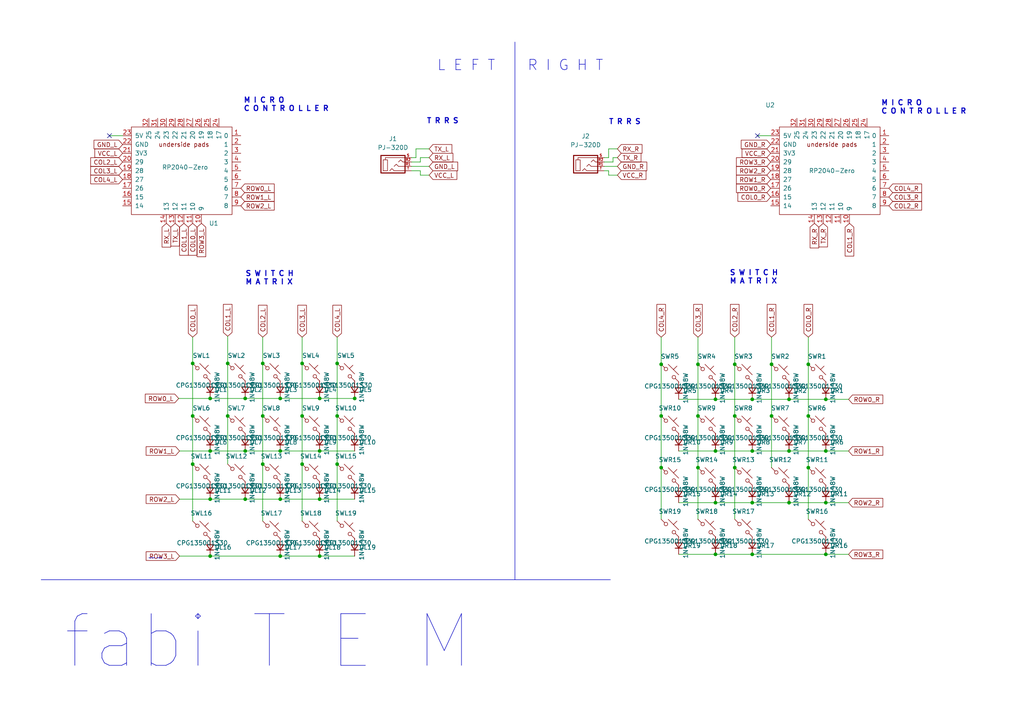
<source format=kicad_sch>
(kicad_sch (version 20231120) (generator "eeschema") (generator_version "8.0")
  (paper "A4")
  (title_block (title "fabiTEM split keyboard") (date "2024-05-23") (rev "0.5") (comment 1 "made by fabilab"))
  (junction (at 102.87 115.57))
  (junction (at 228.854 115.824))
  (junction (at 60.96 144.78))
  (junction (at 55.88 120.65))
  (junction (at 76.2 105.41))
  (junction (at 97.79 120.65))
  (junction (at 55.88 105.41))
  (junction (at 218.186 160.782))
  (junction (at 213.106 120.65))
  (junction (at 55.88 134.62))
  (junction (at 60.96 161.29))
  (junction (at 202.438 120.65))
  (junction (at 228.854 130.81))
  (junction (at 207.518 145.796))
  (junction (at 71.12 115.57))
  (junction (at 97.79 105.41))
  (junction (at 66.04 105.41))
  (junction (at 81.28 115.57))
  (junction (at 207.518 160.782))
  (junction (at 87.63 134.62))
  (junction (at 191.77 135.636))
  (junction (at 213.106 135.636))
  (junction (at 223.774 105.664))
  (junction (at 92.71 144.78))
  (junction (at 92.71 161.29))
  (junction (at 213.106 105.664))
  (junction (at 81.28 130.81))
  (junction (at 71.12 144.78))
  (junction (at 92.71 115.57))
  (junction (at 191.77 105.664))
  (junction (at 207.518 130.81))
  (junction (at 60.96 130.81))
  (junction (at 239.522 145.796))
  (junction (at 218.186 115.824))
  (junction (at 87.63 105.41))
  (junction (at 60.96 115.57))
  (junction (at 218.186 130.81))
  (junction (at 76.2 134.62))
  (junction (at 92.71 130.81))
  (junction (at 202.438 135.636))
  (junction (at 239.522 130.81))
  (junction (at 81.28 161.29))
  (junction (at 71.12 130.81))
  (junction (at 234.442 120.65))
  (junction (at 81.28 144.78))
  (junction (at 239.522 160.782))
  (junction (at 239.522 115.824))
  (junction (at 66.04 120.65))
  (junction (at 76.2 120.65))
  (junction (at 223.774 120.65))
  (junction (at 218.186 145.796))
  (junction (at 234.442 135.636))
  (junction (at 97.79 134.62))
  (junction (at 207.518 115.824))
  (junction (at 234.442 105.664))
  (junction (at 228.854 145.796))
  (junction (at 202.438 105.664))
  (junction (at 191.77 120.65))
  (junction (at 87.63 120.65))
  (no_connect (at 219.71 39.37))
  (no_connect (at 31.75 39.37))
  (wire (pts (xy 196.85 145.796) (xy 207.518 145.796)))
  (wire (pts (xy 97.79 134.62) (xy 97.79 151.13)))
  (wire (pts (xy 196.85 130.81) (xy 207.518 130.81)))
  (wire (pts (xy 176.53 50.8) (xy 179.07 50.8)))
  (wire (pts (xy 207.518 160.782) (xy 218.186 160.782)))
  (wire (pts (xy 234.442 97.79) (xy 234.442 105.664)))
  (wire (pts (xy 71.12 115.57) (xy 81.28 115.57)))
  (wire (pts (xy 121.92 45.72) (xy 124.46 45.72)))
  (wire (pts (xy 60.96 144.78) (xy 71.12 144.78)))
  (wire (pts (xy 177.8 46.99) (xy 177.8 45.72)))
  (wire (pts (xy 239.522 115.824) (xy 246.126 115.824)))
  (wire (pts (xy 81.28 130.81) (xy 92.71 130.81)))
  (wire (pts (xy 175.26 45.72) (xy 176.53 45.72)))
  (wire (pts (xy 191.77 97.79) (xy 191.77 105.664)))
  (wire (pts (xy 218.186 160.782) (xy 239.522 160.782)))
  (wire (pts (xy 228.854 130.81) (xy 239.522 130.81)))
  (wire (pts (xy 81.28 161.29) (xy 92.71 161.29)))
  (wire (pts (xy 191.77 135.636) (xy 191.77 150.622)))
  (wire (pts (xy 218.186 130.81) (xy 228.854 130.81)))
  (wire (pts (xy 191.77 120.65) (xy 191.77 135.636)))
  (wire (pts (xy 97.79 120.65) (xy 97.79 134.62)))
  (wire (pts (xy 52.07 130.81) (xy 60.96 130.81)))
  (wire (pts (xy 66.04 120.65) (xy 66.04 134.62)))
  (wire (pts (xy 234.442 135.636) (xy 234.442 150.622)))
  (wire (pts (xy 207.518 115.824) (xy 218.186 115.824)))
  (wire (pts (xy 60.96 161.29) (xy 81.28 161.29)))
  (wire (pts (xy 55.88 134.62) (xy 55.88 151.13)))
  (wire (pts (xy 92.71 144.78) (xy 102.87 144.78)))
  (wire (pts (xy 97.79 105.41) (xy 97.79 120.65)))
  (wire (pts (xy 223.774 105.664) (xy 223.774 120.65)))
  (wire (pts (xy 213.106 97.79) (xy 213.106 105.664)))
  (wire (pts (xy 196.85 115.824) (xy 207.518 115.824)))
  (wire (pts (xy 121.92 49.53) (xy 121.92 50.8)))
  (wire (pts (xy 234.442 105.664) (xy 234.442 120.65)))
  (wire (pts (xy 71.12 144.78) (xy 81.28 144.78)))
  (wire (pts (xy 31.75 39.37) (xy 35.56 39.37)))
  (wire (pts (xy 219.71 39.37) (xy 223.52 39.37)))
  (wire (pts (xy 120.65 43.18) (xy 120.65 45.72)))
  (wire (pts (xy 239.522 130.81) (xy 246.126 130.81)))
  (wire (pts (xy 124.46 43.18) (xy 120.65 43.18)))
  (polyline (pts (xy 43.18 161.798) (xy 46.99 161.798)) (stroke (width 0) (type dash)))
  (wire (pts (xy 119.38 46.99) (xy 121.92 46.99)))
  (wire (pts (xy 196.85 160.782) (xy 207.518 160.782)))
  (wire (pts (xy 239.522 160.782) (xy 246.126 160.782)))
  (wire (pts (xy 223.774 120.65) (xy 223.774 135.636)))
  (wire (pts (xy 218.186 145.796) (xy 228.854 145.796)))
  (wire (pts (xy 121.92 50.8) (xy 124.46 50.8)))
  (wire (pts (xy 55.88 97.79) (xy 55.88 105.41)))
  (wire (pts (xy 97.79 97.79) (xy 97.79 105.41)))
  (wire (pts (xy 81.28 144.78) (xy 92.71 144.78)))
  (wire (pts (xy 213.106 120.65) (xy 213.106 135.636)))
  (wire (pts (xy 119.38 49.53) (xy 121.92 49.53)))
  (wire (pts (xy 55.88 120.65) (xy 55.88 134.62)))
  (wire (pts (xy 121.92 46.99) (xy 121.92 45.72)))
  (wire (pts (xy 87.63 134.62) (xy 87.63 151.13)))
  (wire (pts (xy 87.63 97.79) (xy 87.63 105.41)))
  (wire (pts (xy 176.53 43.18) (xy 179.07 43.18)))
  (wire (pts (xy 175.26 48.26) (xy 179.07 48.26)))
  (wire (pts (xy 202.438 105.664) (xy 202.438 120.65)))
  (wire (pts (xy 223.774 97.79) (xy 223.774 105.664)))
  (wire (pts (xy 202.438 135.636) (xy 202.438 150.622)))
  (wire (pts (xy 175.26 49.53) (xy 176.53 49.53)))
  (wire (pts (xy 175.26 46.99) (xy 177.8 46.99)))
  (polyline (pts (xy 149.352 12.192) (xy 149.352 168.148)) (stroke (width 0) (type solid)))
  (wire (pts (xy 51.816 115.57) (xy 60.96 115.57)))
  (wire (pts (xy 92.71 115.57) (xy 102.87 115.57)))
  (wire (pts (xy 92.71 130.81) (xy 102.87 130.81)))
  (wire (pts (xy 87.63 120.65) (xy 87.63 134.62)))
  (wire (pts (xy 76.2 134.62) (xy 76.2 151.13)))
  (polyline (pts (xy 11.938 168.148) (xy 177.038 168.148)) (stroke (width 0) (type solid)))
  (wire (pts (xy 60.96 115.57) (xy 71.12 115.57)))
  (wire (pts (xy 76.2 105.41) (xy 76.2 120.65)))
  (wire (pts (xy 81.28 115.57) (xy 92.71 115.57)))
  (wire (pts (xy 207.518 145.796) (xy 218.186 145.796)))
  (wire (pts (xy 71.12 130.81) (xy 81.28 130.81)))
  (wire (pts (xy 60.96 130.81) (xy 71.12 130.81)))
  (wire (pts (xy 213.106 135.636) (xy 213.106 150.622)))
  (wire (pts (xy 102.87 115.57) (xy 103.124 115.57)))
  (wire (pts (xy 119.38 48.26) (xy 124.46 48.26)))
  (wire (pts (xy 120.65 45.72) (xy 119.38 45.72)))
  (wire (pts (xy 66.04 105.41) (xy 66.04 120.65)))
  (wire (pts (xy 66.04 97.536) (xy 66.04 105.41)))
  (wire (pts (xy 92.71 161.29) (xy 102.87 161.29)))
  (wire (pts (xy 87.63 105.41) (xy 87.63 120.65)))
  (wire (pts (xy 207.518 130.81) (xy 218.186 130.81)))
  (wire (pts (xy 202.438 120.65) (xy 202.438 135.636)))
  (wire (pts (xy 218.186 115.824) (xy 228.854 115.824)))
  (wire (pts (xy 176.53 45.72) (xy 176.53 43.18)))
  (wire (pts (xy 191.77 105.664) (xy 191.77 120.65)))
  (wire (pts (xy 202.438 97.79) (xy 202.438 105.664)))
  (wire (pts (xy 213.106 105.664) (xy 213.106 120.65)))
  (wire (pts (xy 228.854 145.796) (xy 239.522 145.796)))
  (wire (pts (xy 76.2 120.65) (xy 76.2 134.62)))
  (wire (pts (xy 76.2 97.79) (xy 76.2 105.41)))
  (wire (pts (xy 52.07 144.78) (xy 60.96 144.78)))
  (wire (pts (xy 52.07 161.29) (xy 60.96 161.29)))
  (wire (pts (xy 239.522 145.796) (xy 246.126 145.796)))
  (wire (pts (xy 55.88 105.41) (xy 55.88 120.65)))
  (wire (pts (xy 228.854 115.824) (xy 239.522 115.824)))
  (wire (pts (xy 176.53 49.53) (xy 176.53 50.8)))
  (wire (pts (xy 234.442 120.65) (xy 234.442 135.636)))
  (wire (pts (xy 177.8 45.72) (xy 179.07 45.72)))
  (text "M I C R O \nC O N T R O L L E R" (at 255.524 33.274 0) (effects (font (size 1.5 1.5) (thickness 0.3) (bold yes)) (justify left bottom)))
  (text "T R R S" (at 176.53 36.322 0) (effects (font (size 1.5 1.5) (thickness 0.3) (bold yes)) (justify left bottom)))
  (text "S W I T C H\nM A T R I X" (at 71.12 82.804 0) (effects (font (size 1.5 1.5) (thickness 0.3) (bold yes)) (justify left bottom)))
  (text "fabi T E M" (at 18.034 195.072 0) (effects (font (size 15 15)) (justify left bottom)))
  (text "S W I T C H\nM A T R I X" (at 211.582 82.55 0) (effects (font (size 1.5 1.5) (thickness 0.3) (bold yes)) (justify left bottom)))
  (text "T R R S" (at 123.698 36.068 0) (effects (font (size 1.5 1.5) (thickness 0.3) (bold yes)) (justify left bottom)))
  (text "R I G H T" (at 152.908 20.828 0) (effects (font (size 3 3)) (justify left bottom)))
  (text "L E F T" (at 143.764 20.828 0) (effects (font (size 3 3)) (justify right bottom)))
  (text "M I C R O \nC O N T R O L L E R" (at 70.612 32.512 0) (effects (font (size 1.5 1.5) (thickness 0.3) (bold yes)) (justify left bottom)))
  (global_label "VCC_R" (shape input) (at 223.52 44.45 180) (property "Intersheetrefs" "${INTERSHEET_REFS}" (effects (hide yes))))
  (global_label "VCC_L" (shape input) (at 124.46 50.8 0) (property "Intersheetrefs" "${INTERSHEET_REFS}" (effects (hide yes))))
  (global_label "ROW3_R" (shape input) (at 246.126 160.782 0) (property "Intersheetrefs" "${INTERSHEET_REFS}" (effects (hide yes))))
  (global_label "GND_R" (shape input) (at 223.52 41.91 180) (property "Intersheetrefs" "${INTERSHEET_REFS}" (effects (hide yes))))
  (global_label "COL3_L" (shape input) (at 87.63 97.79 90) (property "Intersheetrefs" "${INTERSHEET_REFS}" (effects (hide yes))))
  (global_label "COL4_L" (shape input) (at 97.79 97.79 90) (property "Intersheetrefs" "${INTERSHEET_REFS}" (effects (hide yes))))
  (global_label "ROW0_R" (shape input) (at 246.126 115.824 0) (property "Intersheetrefs" "${INTERSHEET_REFS}" (effects (hide yes))))
  (global_label "COL1_L" (shape input) (at 66.04 97.536 90) (property "Intersheetrefs" "${INTERSHEET_REFS}" (effects (hide yes))))
  (global_label "COL2_R" (shape input) (at 213.106 97.79 90) (property "Intersheetrefs" "${INTERSHEET_REFS}" (effects (hide yes))))
  (global_label "GND_L" (shape input) (at 35.56 41.91 180) (property "Intersheetrefs" "${INTERSHEET_REFS}" (effects (hide yes))))
  (global_label "ROW0_R" (shape input) (at 223.52 54.61 180) (property "Intersheetrefs" "${INTERSHEET_REFS}" (effects (hide yes))))
  (global_label "COL0_R" (shape input) (at 223.52 57.15 180) (property "Intersheetrefs" "${INTERSHEET_REFS}" (effects (hide yes))))
  (global_label "COL4_R" (shape input) (at 257.81 54.61 0) (property "Intersheetrefs" "${INTERSHEET_REFS}" (effects (hide yes))))
  (global_label "RX_L" (shape input) (at 124.46 45.72 0) (property "Intersheetrefs" "${INTERSHEET_REFS}" (effects (hide yes))))
  (global_label "TX_R" (shape input) (at 179.07 45.72 0) (property "Intersheetrefs" "${INTERSHEET_REFS}" (effects (hide yes))))
  (global_label "ROW3_L" (shape input) (at 52.07 161.29 180) (property "Intersheetrefs" "${INTERSHEET_REFS}" (effects (hide yes))))
  (global_label "VCC_L" (shape input) (at 35.56 44.45 180) (property "Intersheetrefs" "${INTERSHEET_REFS}" (effects (hide yes))))
  (global_label "TX_L" (shape input) (at 124.46 43.18 0) (property "Intersheetrefs" "${INTERSHEET_REFS}" (effects (hide yes))))
  (global_label "COL1_R" (shape input) (at 246.38 64.77 270) (property "Intersheetrefs" "${INTERSHEET_REFS}" (effects (hide yes))))
  (global_label "ROW3_R" (shape input) (at 223.52 46.99 180) (property "Intersheetrefs" "${INTERSHEET_REFS}" (effects (hide yes))))
  (global_label "ROW0_L" (shape input) (at 51.816 115.57 180) (property "Intersheetrefs" "${INTERSHEET_REFS}" (effects (hide yes))))
  (global_label "ROW1_R" (shape input) (at 246.126 130.81 0) (property "Intersheetrefs" "${INTERSHEET_REFS}" (effects (hide yes))))
  (global_label "GND_L" (shape input) (at 124.46 48.26 0) (property "Intersheetrefs" "${INTERSHEET_REFS}" (effects (hide yes))))
  (global_label "RX_L" (shape input) (at 48.26 64.77 270) (property "Intersheetrefs" "${INTERSHEET_REFS}" (effects (hide yes))))
  (global_label "COL0_L" (shape input) (at 55.88 97.79 90) (property "Intersheetrefs" "${INTERSHEET_REFS}" (effects (hide yes))))
  (global_label "ROW3_L" (shape input) (at 58.42 64.77 270) (property "Intersheetrefs" "${INTERSHEET_REFS}" (effects (hide yes))))
  (global_label "COL3_R" (shape input) (at 257.81 57.15 0) (property "Intersheetrefs" "${INTERSHEET_REFS}" (effects (hide yes))))
  (global_label "RX_R" (shape input) (at 179.07 43.18 0) (property "Intersheetrefs" "${INTERSHEET_REFS}" (effects (hide yes))))
  (global_label "COL4_R" (shape input) (at 191.77 97.79 90) (property "Intersheetrefs" "${INTERSHEET_REFS}" (effects (hide yes))))
  (global_label "VCC_R" (shape input) (at 179.07 50.8 0) (property "Intersheetrefs" "${INTERSHEET_REFS}" (effects (hide yes))))
  (global_label "COL3_R" (shape input) (at 202.438 97.79 90) (property "Intersheetrefs" "${INTERSHEET_REFS}" (effects (hide yes))))
  (global_label "TX_R" (shape input) (at 238.76 64.77 270) (property "Intersheetrefs" "${INTERSHEET_REFS}" (effects (hide yes))))
  (global_label "ROW1_L" (shape input) (at 52.07 130.81 180) (property "Intersheetrefs" "${INTERSHEET_REFS}" (effects (hide yes))))
  (global_label "ROW2_L" (shape input) (at 69.85 59.69 0) (property "Intersheetrefs" "${INTERSHEET_REFS}" (effects (hide yes))))
  (global_label "COL2_R" (shape input) (at 257.81 59.69 0) (property "Intersheetrefs" "${INTERSHEET_REFS}" (effects (hide yes))))
  (global_label "ROW1_L" (shape input) (at 69.85 57.15 0) (property "Intersheetrefs" "${INTERSHEET_REFS}" (effects (hide yes))))
  (global_label "COL1_R" (shape input) (at 223.774 97.79 90) (property "Intersheetrefs" "${INTERSHEET_REFS}" (effects (hide yes))))
  (global_label "GND_R" (shape input) (at 179.07 48.26 0) (property "Intersheetrefs" "${INTERSHEET_REFS}" (effects (hide yes))))
  (global_label "COL0_L" (shape input) (at 55.88 64.77 270) (property "Intersheetrefs" "${INTERSHEET_REFS}" (effects (hide yes))))
  (global_label "COL2_L" (shape input) (at 35.56 46.99 180) (property "Intersheetrefs" "${INTERSHEET_REFS}" (effects (hide yes))))
  (global_label "ROW1_R" (shape input) (at 223.52 52.07 180) (property "Intersheetrefs" "${INTERSHEET_REFS}" (effects (hide yes))))
  (global_label "ROW2_R" (shape input) (at 246.126 145.796 0) (property "Intersheetrefs" "${INTERSHEET_REFS}" (effects (hide yes))))
  (global_label "COL0_R" (shape input) (at 234.442 97.79 90) (property "Intersheetrefs" "${INTERSHEET_REFS}" (effects (hide yes))))
  (global_label "COL3_L" (shape input) (at 35.56 49.53 180) (property "Intersheetrefs" "${INTERSHEET_REFS}" (effects (hide yes))))
  (global_label "COL2_L" (shape input) (at 76.2 97.79 90) (property "Intersheetrefs" "${INTERSHEET_REFS}" (effects (hide yes))))
  (global_label "TX_L" (shape input) (at 50.8 64.77 270) (property "Intersheetrefs" "${INTERSHEET_REFS}" (effects (hide yes))))
  (global_label "ROW2_L" (shape input) (at 52.07 144.78 180) (property "Intersheetrefs" "${INTERSHEET_REFS}" (effects (hide yes))))
  (global_label "COL4_L" (shape input) (at 35.56 52.07 180) (property "Intersheetrefs" "${INTERSHEET_REFS}" (effects (hide yes))))
  (global_label "RX_R" (shape input) (at 236.22 64.77 270) (property "Intersheetrefs" "${INTERSHEET_REFS}" (effects (hide yes))))
  (global_label "ROW0_L" (shape input) (at 69.85 54.61 0) (property "Intersheetrefs" "${INTERSHEET_REFS}" (effects (hide yes))))
  (global_label "COL1_L" (shape input) (at 53.34 64.77 270) (property "Intersheetrefs" "${INTERSHEET_REFS}" (effects (hide yes))))
  (global_label "ROW2_R" (shape input) (at 223.52 49.53 180) (property "Intersheetrefs" "${INTERSHEET_REFS}" (effects (hide yes))))
  (symbol (lib_name "D_Small_25") (lib_id "fabiTEM:D_Small") (at 102.87 158.75 90) (unit 1)
    (property "Reference" "DL19" (at 104.14 158.75 90) (effects (justify right)))
    (property "Value" "1N4148W" (at 104.902 162.56 0) (effects (justify left)))
    (property "Footprint" "fabiTEM:Diode_SOD123" (effects (hide yes)))
    (property "Description" "100V 0.15A Fast Switching Diode, SOD-123" (effects (hide yes)))
    (property "Sim.Device" "D" (effects (hide yes)))
    (property "Sim.Pins" "1=K 2=A" (effects (hide yes)))
  )
  (symbol (lib_id "fabiTEM:SW_Push_45deg") (at 226.314 108.204 0) (unit 1)
    (property "Reference" "SWR2" (at 226.314 103.378 0))
    (property "Value" "CPG135001S30" (at 226.314 112.014 0))
    (property "Footprint" "fabiTEM:Kailh_socket_PG1350_reverse" (effects (hide yes)))
    (property "Description" "Push button switch, normally open, two pins, 45° tilted" (effects (hide yes)))
  )
  (symbol (lib_id "fabiTEM:SW_Push_45deg") (at 78.74 153.67 0) (unit 1)
    (property "Reference" "SWL17" (at 78.74 148.844 0))
    (property "Value" "CPG135001S30" (at 78.74 157.48 0))
    (property "Footprint" "fabiTEM:Kailh_socket_PG1350_reverse" (effects (hide yes)))
    (property "Description" "Push button switch, normally open, two pins, 45° tilted" (effects (hide yes)))
  )
  (symbol (lib_id "fabiTEM:SW_Push_45deg") (at 58.42 153.67 0) (unit 1)
    (property "Reference" "SWL16" (at 58.42 148.844 0))
    (property "Value" "CPG135001S30" (at 58.674 157.48 0))
    (property "Footprint" "fabiTEM:Kailh_socket_PG1350_reverse" (effects (hide yes)))
    (property "Description" "Push button switch, normally open, two pins, 45° tilted" (effects (hide yes)))
  )
  (symbol (lib_id "fabiTEM:SW_Push_45deg") (at 236.982 153.162 0) (unit 1)
    (property "Reference" "SWR16" (at 236.982 148.336 0))
    (property "Value" "CPG135001S30" (at 236.982 156.972 0))
    (property "Footprint" "fabiTEM:Kailh_socket_PG1350_reverse" (effects (hide yes)))
    (property "Description" "Push button switch, normally open, two pins, 45° tilted" (effects (hide yes)))
  )
  (symbol (lib_id "fabiTEM:SW_Push_45deg") (at 90.17 107.95 0) (unit 1)
    (property "Reference" "SWL4" (at 90.17 103.124 0))
    (property "Value" "CPG135001S30" (at 90.17 111.76 0))
    (property "Footprint" "fabiTEM:Kailh_socket_PG1350_reverse" (effects (hide yes)))
    (property "Description" "Push button switch, normally open, two pins, 45° tilted" (effects (hide yes)))
  )
  (symbol (lib_name "D_Small_15") (lib_id "fabiTEM:D_Small") (at 239.522 128.27 90) (unit 1)
    (property "Reference" "DR6" (at 240.792 128.27 90) (effects (justify right)))
    (property "Value" "1N4148W" (at 241.554 132.08 0) (effects (justify left)))
    (property "Footprint" "fabiTEM:Diode_SOD123" (effects (hide yes)))
    (property "Description" "100V 0.15A Fast Switching Diode, SOD-123" (effects (hide yes)))
    (property "Sim.Device" "D" (effects (hide yes)))
    (property "Sim.Pins" "1=K 2=A" (effects (hide yes)))
  )
  (symbol (lib_id "fabiTEM:SW_Push_45deg") (at 215.646 108.204 0) (unit 1)
    (property "Reference" "SWR3" (at 215.646 103.378 0))
    (property "Value" "CPG135001S30" (at 215.646 112.014 0))
    (property "Footprint" "fabiTEM:Kailh_socket_PG1350_reverse" (effects (hide yes)))
    (property "Description" "Push button switch, normally open, two pins, 45° tilted" (effects (hide yes)))
  )
  (symbol (lib_id "fabiTEM:SW_Push_45deg") (at 78.74 107.95 0) (unit 1)
    (property "Reference" "SWL3" (at 78.74 103.124 0))
    (property "Value" "CPG135001S30" (at 78.74 111.76 0))
    (property "Footprint" "fabiTEM:Kailh_socket_PG1350_reverse" (effects (hide yes)))
    (property "Description" "Push button switch, normally open, two pins, 45° tilted" (effects (hide yes)))
  )
  (symbol (lib_name "D_Small_6") (lib_id "fabiTEM:D_Small") (at 196.85 113.284 90) (unit 1)
    (property "Reference" "DR5" (at 198.12 113.284 90) (effects (justify right)))
    (property "Value" "1N4148W" (at 198.882 117.094 0) (effects (justify left)))
    (property "Footprint" "fabiTEM:Diode_SOD123" (effects (hide yes)))
    (property "Description" "100V 0.15A Fast Switching Diode, SOD-123" (effects (hide yes)))
    (property "Sim.Device" "D" (effects (hide yes)))
    (property "Sim.Pins" "1=K 2=A" (effects (hide yes)))
  )
  (symbol (lib_id "fabiTEM:SW_Push_45deg") (at 194.31 123.19 0) (unit 1)
    (property "Reference" "SWR10" (at 194.31 118.364 0))
    (property "Value" "CPG135001S30" (at 194.31 127 0))
    (property "Footprint" "fabiTEM:Kailh_socket_PG1350_reverse" (effects (hide yes)))
    (property "Description" "Push button switch, normally open, two pins, 45° tilted" (effects (hide yes)))
  )
  (symbol (lib_id "fabiTEM:SW_Push_45deg") (at 226.314 138.176 0) (unit 1)
    (property "Reference" "SWR12" (at 226.314 133.35 0))
    (property "Value" "CPG135001S30" (at 226.314 141.986 0))
    (property "Footprint" "fabiTEM:Kailh_socket_PG1350_reverse" (effects (hide yes)))
    (property "Description" "Push button switch, normally open, two pins, 45° tilted" (effects (hide yes)))
  )
  (symbol (lib_id "fabiTEM:SW_Push_45deg") (at 215.646 123.19 0) (unit 1)
    (property "Reference" "SWR8" (at 215.646 118.364 0))
    (property "Value" "CPG135001S30" (at 215.646 127 0))
    (property "Footprint" "fabiTEM:Kailh_socket_PG1350_reverse" (effects (hide yes)))
    (property "Description" "Push button switch, normally open, two pins, 45° tilted" (effects (hide yes)))
  )
  (symbol (lib_id "fabiTEM:SW_Push_45deg") (at 68.58 123.19 0) (unit 1)
    (property "Reference" "SWL7" (at 68.58 118.364 0))
    (property "Value" "CPG135001S30" (at 68.58 127 0))
    (property "Footprint" "fabiTEM:Kailh_socket_PG1350_reverse" (effects (hide yes)))
    (property "Description" "Push button switch, normally open, two pins, 45° tilted" (effects (hide yes)))
  )
  (symbol (lib_name "D_Small_17") (lib_id "fabiTEM:D_Small") (at 207.518 143.256 90) (unit 1)
    (property "Reference" "DR14" (at 208.788 143.256 90) (effects (justify right)))
    (property "Value" "1N4148W" (at 209.55 147.066 0) (effects (justify left)))
    (property "Footprint" "fabiTEM:Diode_SOD123" (effects (hide yes)))
    (property "Description" "100V 0.15A Fast Switching Diode, SOD-123" (effects (hide yes)))
    (property "Sim.Device" "D" (effects (hide yes)))
    (property "Sim.Pins" "1=K 2=A" (effects (hide yes)))
  )
  (symbol (lib_id "fabiTEM:SW_Push_45deg") (at 215.646 138.176 0) (unit 1)
    (property "Reference" "SWR13" (at 215.646 133.35 0))
    (property "Value" "CPG135001S30" (at 215.646 141.986 0))
    (property "Footprint" "fabiTEM:Kailh_socket_PG1350_reverse" (effects (hide yes)))
    (property "Description" "Push button switch, normally open, two pins, 45° tilted" (effects (hide yes)))
  )
  (symbol (lib_name "D_Small_1") (lib_id "fabiTEM:D_Small") (at 60.96 113.03 90) (unit 1)
    (property "Reference" "DL1" (at 62.23 113.03 90) (effects (justify right)))
    (property "Value" "1N4148W" (at 62.992 116.84 0) (effects (justify left)))
    (property "Footprint" "fabiTEM:Diode_SOD123" (effects (hide yes)))
    (property "Description" "100V 0.15A Fast Switching Diode, SOD-123" (effects (hide yes)))
    (property "Sim.Device" "D" (effects (hide yes)))
    (property "Sim.Pins" "1=K 2=A" (effects (hide yes)))
  )
  (symbol (lib_name "D_Small_23") (lib_id "fabiTEM:D_Small") (at 239.522 158.242 90) (unit 1)
    (property "Reference" "DR16" (at 240.792 158.242 90) (effects (justify right)))
    (property "Value" "1N4148W" (at 241.554 162.052 0) (effects (justify left)))
    (property "Footprint" "fabiTEM:Diode_SOD123" (effects (hide yes)))
    (property "Description" "100V 0.15A Fast Switching Diode, SOD-123" (effects (hide yes)))
    (property "Sim.Device" "D" (effects (hide yes)))
    (property "Sim.Pins" "1=K 2=A" (effects (hide yes)))
  )
  (symbol (lib_id "fabiTEM:SW_Push_45deg") (at 194.31 108.204 0) (unit 1)
    (property "Reference" "SWR5" (at 194.31 103.378 0))
    (property "Value" "CPG135001S30" (at 194.31 112.014 0))
    (property "Footprint" "fabiTEM:Kailh_socket_PG1350_reverse" (effects (hide yes)))
    (property "Description" "Push button switch, normally open, two pins, 45° tilted" (effects (hide yes)))
  )
  (symbol (lib_name "D_Small_2") (lib_id "fabiTEM:D_Small") (at 71.12 113.03 90) (unit 1)
    (property "Reference" "DL2" (at 72.39 113.03 90) (effects (justify right)))
    (property "Value" "1N4148W" (at 73.152 116.84 0) (effects (justify left)))
    (property "Footprint" "fabiTEM:Diode_SOD123" (effects (hide yes)))
    (property "Description" "100V 0.15A Fast Switching Diode, SOD-123" (effects (hide yes)))
    (property "Sim.Device" "D" (effects (hide yes)))
    (property "Sim.Pins" "1=K 2=A" (effects (hide yes)))
  )
  (symbol (lib_id "fabiTEM:SW_Push_45deg") (at 78.74 123.19 0) (unit 1)
    (property "Reference" "SWL8" (at 78.74 118.364 0))
    (property "Value" "CPG135001S30" (at 78.74 127 0))
    (property "Footprint" "fabiTEM:Kailh_socket_PG1350_reverse" (effects (hide yes)))
    (property "Description" "Push button switch, normally open, two pins, 45° tilted" (effects (hide yes)))
  )
  (symbol (lib_id "fabiTEM:SW_Push_45deg") (at 90.17 137.16 0) (unit 1)
    (property "Reference" "SWL14" (at 90.17 132.334 0))
    (property "Value" "CPG135001S30" (at 90.17 140.97 0))
    (property "Footprint" "fabiTEM:Kailh_socket_PG1350_reverse" (effects (hide yes)))
    (property "Description" "Push button switch, normally open, two pins, 45° tilted" (effects (hide yes)))
  )
  (symbol (lib_id "fabiTEM:D_Small") (at 92.71 142.24 90) (unit 1)
    (property "Reference" "DL14" (at 93.98 142.24 90) (effects (justify right)))
    (property "Value" "1N4148W" (at 94.742 146.05 0) (effects (justify left)))
    (property "Footprint" "fabiTEM:Diode_SOD123" (effects (hide yes)))
    (property "Description" "100V 0.15A Fast Switching Diode, SOD-123" (effects (hide yes)))
    (property "Sim.Device" "D" (effects (hide yes)))
    (property "Sim.Pins" "1=K 2=A" (effects (hide yes)))
  )
  (symbol (lib_name "D_Small_16") (lib_id "fabiTEM:D_Small") (at 196.85 143.256 90) (unit 1)
    (property "Reference" "DR15" (at 198.12 143.256 90) (effects (justify right)))
    (property "Value" "1N4148W" (at 198.882 147.066 0) (effects (justify left)))
    (property "Footprint" "fabiTEM:Diode_SOD123" (effects (hide yes)))
    (property "Description" "100V 0.15A Fast Switching Diode, SOD-123" (effects (hide yes)))
    (property "Sim.Device" "D" (effects (hide yes)))
    (property "Sim.Pins" "1=K 2=A" (effects (hide yes)))
  )
  (symbol (lib_id "fabiTEM:SW_Push_45deg") (at 100.33 153.67 0) (unit 1)
    (property "Reference" "SWL19" (at 100.33 148.844 0))
    (property "Value" "CPG135001S30" (at 100.33 157.48 0))
    (property "Footprint" "fabiTEM:Kailh_socket_PG1350_reverse" (effects (hide yes)))
    (property "Description" "Push button switch, normally open, two pins, 45° tilted" (effects (hide yes)))
  )
  (symbol (lib_id "fabiTEM:SW_Push_45deg") (at 194.31 153.162 0) (unit 1)
    (property "Reference" "SWR19" (at 194.31 148.336 0))
    (property "Value" "CPG135001S30" (at 194.31 156.972 0))
    (property "Footprint" "fabiTEM:Kailh_socket_PG1350_reverse" (effects (hide yes)))
    (property "Description" "Push button switch, normally open, two pins, 45° tilted" (effects (hide yes)))
  )
  (symbol (lib_name "MJ-4PP-9_1") (lib_id "kbd:MJ-4PP-9") (at 114.3 47.625 0) (unit 1)
    (property "Reference" "J1" (at 113.9825 40.259 0))
    (property "Value" "PJ-320D" (at 113.9825 42.799 0))
    (property "Footprint" "Connector_Audio:Jack_3.5mm_PJ320D_Horizontal" (effects (hide yes)))
  )
  (symbol (lib_id "fabiTEM:SW_Push_45deg") (at 215.646 153.162 0) (unit 1)
    (property "Reference" "SWR17" (at 215.646 148.336 0))
    (property "Value" "CPG135001S30" (at 215.646 156.972 0))
    (property "Footprint" "fabiTEM:Kailh_socket_PG1350_reverse" (effects (hide yes)))
    (property "Description" "Push button switch, normally open, two pins, 45° tilted" (effects (hide yes)))
  )
  (symbol (lib_id "fabiTEM:SW_Push_45deg") (at 226.314 123.19 0) (unit 1)
    (property "Reference" "SWR7" (at 226.314 118.364 0))
    (property "Value" "CPG135001S30" (at 226.314 127 0))
    (property "Footprint" "fabiTEM:Kailh_socket_PG1350_reverse" (effects (hide yes)))
    (property "Description" "Push button switch, normally open, two pins, 45° tilted" (effects (hide yes)))
  )
  (symbol (lib_id "fabiTEM:SW_Push_45deg") (at 58.42 107.95 0) (unit 1)
    (property "Reference" "SWL1" (at 58.42 103.124 0))
    (property "Value" "CPG135001S30" (at 58.42 111.76 0))
    (property "Footprint" "fabiTEM:Kailh_socket_PG1350_reverse" (effects (hide yes)))
    (property "Description" "Push button switch, normally open, two pins, 45° tilted" (effects (hide yes)))
  )
  (symbol (lib_name "D_Small_5") (lib_id "fabiTEM:D_Small") (at 102.87 113.03 90) (unit 1)
    (property "Reference" "DL5" (at 104.14 113.03 90) (effects (justify right)))
    (property "Value" "1N4148W" (at 104.902 116.84 0) (effects (justify left)))
    (property "Footprint" "fabiTEM:Diode_SOD123" (effects (hide yes)))
    (property "Description" "100V 0.15A Fast Switching Diode, SOD-123" (effects (hide yes)))
    (property "Sim.Device" "D" (effects (hide yes)))
    (property "Sim.Pins" "1=K 2=A" (effects (hide yes)))
  )
  (symbol (lib_name "D_Small_7") (lib_id "fabiTEM:D_Small") (at 207.518 113.284 90) (unit 1)
    (property "Reference" "DR4" (at 208.788 113.284 90) (effects (justify right)))
    (property "Value" "1N4148W" (at 209.55 117.094 0) (effects (justify left)))
    (property "Footprint" "fabiTEM:Diode_SOD123" (effects (hide yes)))
    (property "Description" "100V 0.15A Fast Switching Diode, SOD-123" (effects (hide yes)))
    (property "Sim.Device" "D" (effects (hide yes)))
    (property "Sim.Pins" "1=K 2=A" (effects (hide yes)))
  )
  (symbol (lib_name "D_Small_18") (lib_id "fabiTEM:D_Small") (at 218.186 143.256 90) (unit 1)
    (property "Reference" "DR13" (at 219.456 143.256 90) (effects (justify right)))
    (property "Value" "1N4148W" (at 220.218 147.066 0) (effects (justify left)))
    (property "Footprint" "fabiTEM:Diode_SOD123" (effects (hide yes)))
    (property "Description" "100V 0.15A Fast Switching Diode, SOD-123" (effects (hide yes)))
    (property "Sim.Device" "D" (effects (hide yes)))
    (property "Sim.Pins" "1=K 2=A" (effects (hide yes)))
  )
  (symbol (lib_id "fabiTEM:SW_Push_45deg") (at 90.17 123.19 0) (unit 1)
    (property "Reference" "SWL9" (at 90.17 118.364 0))
    (property "Value" "CPG135001S30" (at 90.17 127 0))
    (property "Footprint" "fabiTEM:Kailh_socket_PG1350_reverse" (effects (hide yes)))
    (property "Description" "Push button switch, normally open, two pins, 45° tilted" (effects (hide yes)))
  )
  (symbol (lib_id "fabiTEM:SW_Push_45deg") (at 100.33 107.95 0) (unit 1)
    (property "Reference" "SWL5" (at 100.33 103.124 0))
    (property "Value" "CPG135001S30" (at 100.584 111.76 0))
    (property "Footprint" "fabiTEM:Kailh_socket_PG1350_reverse" (effects (hide yes)))
    (property "Description" "Push button switch, normally open, two pins, 45° tilted" (effects (hide yes)))
  )
  (symbol (lib_id "fabiTEM:SW_Push_45deg") (at 204.978 138.176 0) (unit 1)
    (property "Reference" "SWR14" (at 204.978 133.35 0))
    (property "Value" "CPG135001S30" (at 204.978 141.986 0))
    (property "Footprint" "fabiTEM:Kailh_socket_PG1350_reverse" (effects (hide yes)))
    (property "Description" "Push button switch, normally open, two pins, 45° tilted" (effects (hide yes)))
  )
  (symbol (lib_id "fabiTEM:D_Small") (at 102.87 128.27 90) (unit 1)
    (property "Reference" "DL10" (at 104.14 128.27 90) (effects (justify right)))
    (property "Value" "1N4148W" (at 104.902 132.08 0) (effects (justify left)))
    (property "Footprint" "fabiTEM:Diode_SOD123" (effects (hide yes)))
    (property "Description" "100V 0.15A Fast Switching Diode, SOD-123" (effects (hide yes)))
    (property "Sim.Device" "D" (effects (hide yes)))
    (property "Sim.Pins" "1=K 2=A" (effects (hide yes)))
  )
  (symbol (lib_id "fabiTEM:D_Small") (at 92.71 158.75 90) (unit 1)
    (property "Reference" "DL18" (at 93.98 158.75 90) (effects (justify right)))
    (property "Value" "1N4148W" (at 94.742 162.56 0) (effects (justify left)))
    (property "Footprint" "fabiTEM:Diode_SOD123" (effects (hide yes)))
    (property "Description" "100V 0.15A Fast Switching Diode, SOD-123" (effects (hide yes)))
    (property "Sim.Device" "D" (effects (hide yes)))
    (property "Sim.Pins" "1=K 2=A" (effects (hide yes)))
  )
  (symbol (lib_id "fabiTEM:D_Small") (at 71.12 128.27 90) (unit 1)
    (property "Reference" "DL7" (at 72.39 128.27 90) (effects (justify right)))
    (property "Value" "1N4148W" (at 73.152 132.08 0) (effects (justify left)))
    (property "Footprint" "fabiTEM:Diode_SOD123" (effects (hide yes)))
    (property "Description" "100V 0.15A Fast Switching Diode, SOD-123" (effects (hide yes)))
    (property "Sim.Device" "D" (effects (hide yes)))
    (property "Sim.Pins" "1=K 2=A" (effects (hide yes)))
  )
  (symbol (lib_name "D_Small_3") (lib_id "fabiTEM:D_Small") (at 81.28 113.03 90) (unit 1)
    (property "Reference" "DL3" (at 82.55 113.03 90) (effects (justify right)))
    (property "Value" "1N4148W" (at 83.312 116.84 0) (effects (justify left)))
    (property "Footprint" "fabiTEM:Diode_SOD123" (effects (hide yes)))
    (property "Description" "100V 0.15A Fast Switching Diode, SOD-123" (effects (hide yes)))
    (property "Sim.Device" "D" (effects (hide yes)))
    (property "Sim.Pins" "1=K 2=A" (effects (hide yes)))
  )
  (symbol (lib_id "fabiTEM:SW_Push_45deg") (at 68.58 107.95 0) (unit 1)
    (property "Reference" "SWL2" (at 68.58 103.124 0))
    (property "Value" "CPG135001S30" (at 68.58 111.76 0))
    (property "Footprint" "fabiTEM:Kailh_socket_PG1350_reverse" (effects (hide yes)))
    (property "Description" "Push button switch, normally open, two pins, 45° tilted" (effects (hide yes)))
  )
  (symbol (lib_id "fabiTEM:SW_Push_45deg") (at 100.33 137.16 0) (unit 1)
    (property "Reference" "SWL15" (at 100.33 132.334 0))
    (property "Value" "CPG135001S30" (at 100.33 140.97 0))
    (property "Footprint" "fabiTEM:Kailh_socket_PG1350_reverse" (effects (hide yes)))
    (property "Description" "Push button switch, normally open, two pins, 45° tilted" (effects (hide yes)))
  )
  (symbol (lib_id "fabiTEM:SW_Push_45deg") (at 100.33 123.19 0) (unit 1)
    (property "Reference" "SWL10" (at 100.33 118.364 0))
    (property "Value" "CPG135001S30" (at 100.33 127 0))
    (property "Footprint" "fabiTEM:Kailh_socket_PG1350_reverse" (effects (hide yes)))
    (property "Description" "Push button switch, normally open, two pins, 45° tilted" (effects (hide yes)))
  )
  (symbol (lib_name "D_Small_24") (lib_id "fabiTEM:D_Small") (at 218.186 158.242 90) (unit 1)
    (property "Reference" "DR17" (at 219.456 158.242 90) (effects (justify right)))
    (property "Value" "1N4148W" (at 220.218 162.052 0) (effects (justify left)))
    (property "Footprint" "fabiTEM:Diode_SOD123" (effects (hide yes)))
    (property "Description" "100V 0.15A Fast Switching Diode, SOD-123" (effects (hide yes)))
    (property "Sim.Device" "D" (effects (hide yes)))
    (property "Sim.Pins" "1=K 2=A" (effects (hide yes)))
  )
  (symbol (lib_name "D_Small_8") (lib_id "fabiTEM:D_Small") (at 218.186 113.284 90) (unit 1)
    (property "Reference" "DR3" (at 219.456 113.284 90) (effects (justify right)))
    (property "Value" "1N4148W" (at 220.218 117.094 0) (effects (justify left)))
    (property "Footprint" "fabiTEM:Diode_SOD123" (effects (hide yes)))
    (property "Description" "100V 0.15A Fast Switching Diode, SOD-123" (effects (hide yes)))
    (property "Sim.Device" "D" (effects (hide yes)))
    (property "Sim.Pins" "1=K 2=A" (effects (hide yes)))
  )
  (symbol (lib_id "fabiTEM:SW_Push_45deg") (at 194.31 138.176 0) (unit 1)
    (property "Reference" "SWR15" (at 194.31 133.35 0))
    (property "Value" "CPG135001S30" (at 194.31 141.986 0))
    (property "Footprint" "fabiTEM:Kailh_socket_PG1350_reverse" (effects (hide yes)))
    (property "Description" "Push button switch, normally open, two pins, 45° tilted" (effects (hide yes)))
  )
  (symbol (lib_id "fabiTEM:SW_Push_45deg") (at 78.74 137.16 0) (unit 1)
    (property "Reference" "SWL13" (at 78.74 132.334 0))
    (property "Value" "CPG135001S30" (at 78.74 140.97 0))
    (property "Footprint" "fabiTEM:Kailh_socket_PG1350_reverse" (effects (hide yes)))
    (property "Description" "Push button switch, normally open, two pins, 45° tilted" (effects (hide yes)))
  )
  (symbol (lib_id "fabiTEM:D_Small") (at 60.96 158.75 90) (unit 1)
    (property "Reference" "DL16" (at 62.23 158.75 90) (effects (justify right)))
    (property "Value" "1N4148W" (at 62.992 162.56 0) (effects (justify left)))
    (property "Footprint" "fabiTEM:Diode_SOD123" (effects (hide yes)))
    (property "Description" "100V 0.15A Fast Switching Diode, SOD-123" (effects (hide yes)))
    (property "Sim.Device" "D" (effects (hide yes)))
    (property "Sim.Pins" "1=K 2=A" (effects (hide yes)))
  )
  (symbol (lib_name "D_Small_12") (lib_id "fabiTEM:D_Small") (at 207.518 128.27 90) (unit 1)
    (property "Reference" "DR9" (at 208.788 128.27 90) (effects (justify right)))
    (property "Value" "1N4148W" (at 209.55 132.08 0) (effects (justify left)))
    (property "Footprint" "fabiTEM:Diode_SOD123" (effects (hide yes)))
    (property "Description" "100V 0.15A Fast Switching Diode, SOD-123" (effects (hide yes)))
    (property "Sim.Device" "D" (effects (hide yes)))
    (property "Sim.Pins" "1=K 2=A" (effects (hide yes)))
  )
  (symbol (lib_id "fabiTEM:D_Small") (at 102.87 142.24 90) (unit 1)
    (property "Reference" "DL15" (at 104.14 142.24 90) (effects (justify right)))
    (property "Value" "1N4148W" (at 104.902 146.05 0) (effects (justify left)))
    (property "Footprint" "fabiTEM:Diode_SOD123" (effects (hide yes)))
    (property "Description" "100V 0.15A Fast Switching Diode, SOD-123" (effects (hide yes)))
    (property "Sim.Device" "D" (effects (hide yes)))
    (property "Sim.Pins" "1=K 2=A" (effects (hide yes)))
  )
  (symbol (lib_name "D_Small_20") (lib_id "fabiTEM:D_Small") (at 239.522 143.256 90) (unit 1)
    (property "Reference" "DR11" (at 240.792 143.256 90) (effects (justify right)))
    (property "Value" "1N4148W" (at 241.554 147.066 0) (effects (justify left)))
    (property "Footprint" "fabiTEM:Diode_SOD123" (effects (hide yes)))
    (property "Description" "100V 0.15A Fast Switching Diode, SOD-123" (effects (hide yes)))
    (property "Sim.Device" "D" (effects (hide yes)))
    (property "Sim.Pins" "1=K 2=A" (effects (hide yes)))
  )
  (symbol (lib_id "fabiTEM:PJ320D") (at 170.18 47.625 0) (unit 1)
    (property "Reference" "J2" (at 169.8625 39.497 0))
    (property "Value" "PJ-320D" (at 169.8625 42.037 0))
    (property "Footprint" "Connector_Audio:Jack_3.5mm_PJ320D_Horizontal" (effects (hide yes)))
  )
  (symbol (lib_id "fabiTEM:SW_Push_45deg") (at 236.982 108.204 0) (unit 1)
    (property "Reference" "SWR1" (at 236.982 103.378 0))
    (property "Value" "CPG135001S30" (at 236.982 112.014 0))
    (property "Footprint" "fabiTEM:Kailh_socket_PG1350_reverse" (effects (hide yes)))
    (property "Description" "Push button switch, normally open, two pins, 45° tilted" (effects (hide yes)))
  )
  (symbol (lib_id "fabiTEM:D_Small") (at 60.96 128.27 90) (unit 1)
    (property "Reference" "DL6" (at 62.23 128.27 90) (effects (justify right)))
    (property "Value" "1N4148W" (at 62.992 132.08 0) (effects (justify left)))
    (property "Footprint" "fabiTEM:Diode_SOD123" (effects (hide yes)))
    (property "Description" "100V 0.15A Fast Switching Diode, SOD-123" (effects (hide yes)))
    (property "Sim.Device" "D" (effects (hide yes)))
    (property "Sim.Pins" "1=K 2=A" (effects (hide yes)))
  )
  (symbol (lib_name "D_Small_19") (lib_id "fabiTEM:D_Small") (at 228.854 143.256 90) (unit 1)
    (property "Reference" "DR12" (at 230.124 143.256 90) (effects (justify right)))
    (property "Value" "1N4148W" (at 230.886 147.066 0) (effects (justify left)))
    (property "Footprint" "fabiTEM:Diode_SOD123" (effects (hide yes)))
    (property "Description" "100V 0.15A Fast Switching Diode, SOD-123" (effects (hide yes)))
    (property "Sim.Device" "D" (effects (hide yes)))
    (property "Sim.Pins" "1=K 2=A" (effects (hide yes)))
  )
  (symbol (lib_name "D_Small_21") (lib_id "fabiTEM:D_Small") (at 196.85 158.242 90) (unit 1)
    (property "Reference" "DR19" (at 198.12 158.242 90) (effects (justify right)))
    (property "Value" "1N4148W" (at 198.882 162.052 0) (effects (justify left)))
    (property "Footprint" "fabiTEM:Diode_SOD123" (effects (hide yes)))
    (property "Description" "100V 0.15A Fast Switching Diode, SOD-123" (effects (hide yes)))
    (property "Sim.Device" "D" (effects (hide yes)))
    (property "Sim.Pins" "1=K 2=A" (effects (hide yes)))
  )
  (symbol (lib_id "fabiTEM:D_Small") (at 81.28 158.75 90) (unit 1)
    (property "Reference" "DL17" (at 82.55 158.75 90) (effects (justify right)))
    (property "Value" "1N4148W" (at 83.312 162.56 0) (effects (justify left)))
    (property "Footprint" "fabiTEM:Diode_SOD123" (effects (hide yes)))
    (property "Description" "100V 0.15A Fast Switching Diode, SOD-123" (effects (hide yes)))
    (property "Sim.Device" "D" (effects (hide yes)))
    (property "Sim.Pins" "1=K 2=A" (effects (hide yes)))
  )
  (symbol (lib_id "fabiTEM:D_Small") (at 81.28 128.27 90) (unit 1)
    (property "Reference" "DL8" (at 82.55 128.27 90) (effects (justify right)))
    (property "Value" "1N4148W" (at 83.312 132.08 0) (effects (justify left)))
    (property "Footprint" "fabiTEM:Diode_SOD123" (effects (hide yes)))
    (property "Description" "100V 0.15A Fast Switching Diode, SOD-123" (effects (hide yes)))
    (property "Sim.Device" "D" (effects (hide yes)))
    (property "Sim.Pins" "1=K 2=A" (effects (hide yes)))
  )
  (symbol (lib_id "fabiTEM:SW_Push_45deg") (at 204.978 123.19 0) (unit 1)
    (property "Reference" "SWR9" (at 204.978 118.364 0))
    (property "Value" "CPG135001S30" (at 204.978 127 0))
    (property "Footprint" "fabiTEM:Kailh_socket_PG1350_reverse" (effects (hide yes)))
    (property "Description" "Push button switch, normally open, two pins, 45° tilted" (effects (hide yes)))
  )
  (symbol (lib_id "fabiTEM:D_Small") (at 60.96 142.24 90) (unit 1)
    (property "Reference" "DL11" (at 62.23 142.24 90) (effects (justify right)))
    (property "Value" "1N4148W" (at 62.992 146.05 0) (effects (justify left)))
    (property "Footprint" "fabiTEM:Diode_SOD123" (effects (hide yes)))
    (property "Description" "100V 0.15A Fast Switching Diode, SOD-123" (effects (hide yes)))
    (property "Sim.Device" "D" (effects (hide yes)))
    (property "Sim.Pins" "1=K 2=A" (effects (hide yes)))
  )
  (symbol (lib_name "D_Small_10") (lib_id "fabiTEM:D_Small") (at 239.522 113.284 90) (unit 1)
    (property "Reference" "DR1" (at 240.792 113.284 90) (effects (justify right)))
    (property "Value" "1N4148W" (at 241.554 117.094 0) (effects (justify left)))
    (property "Footprint" "fabiTEM:Diode_SOD123" (effects (hide yes)))
    (property "Description" "100V 0.15A Fast Switching Diode, SOD-123" (effects (hide yes)))
    (property "Sim.Device" "D" (effects (hide yes)))
    (property "Sim.Pins" "1=K 2=A" (effects (hide yes)))
  )
  (symbol (lib_id "fabiTEM:D_Small") (at 81.28 142.24 90) (unit 1)
    (property "Reference" "DL13" (at 82.55 142.24 90) (effects (justify right)))
    (property "Value" "1N4148W" (at 83.312 146.05 0) (effects (justify left)))
    (property "Footprint" "fabiTEM:Diode_SOD123" (effects (hide yes)))
    (property "Description" "100V 0.15A Fast Switching Diode, SOD-123" (effects (hide yes)))
    (property "Sim.Device" "D" (effects (hide yes)))
    (property "Sim.Pins" "1=K 2=A" (effects (hide yes)))
  )
  (symbol (lib_name "D_Small_13") (lib_id "fabiTEM:D_Small") (at 218.186 128.27 90) (unit 1)
    (property "Reference" "DR8" (at 219.456 128.27 90) (effects (justify right)))
    (property "Value" "1N4148W" (at 220.218 132.08 0) (effects (justify left)))
    (property "Footprint" "fabiTEM:Diode_SOD123" (effects (hide yes)))
    (property "Description" "100V 0.15A Fast Switching Diode, SOD-123" (effects (hide yes)))
    (property "Sim.Device" "D" (effects (hide yes)))
    (property "Sim.Pins" "1=K 2=A" (effects (hide yes)))
  )
  (symbol (lib_name "rp2040-zero-pads_1") (lib_id "mcu:rp2040-zero-pads") (at 241.3 48.26 0) (unit 1) (exclude_from_sim yes)
    (property "Reference" "U2" (at 221.996 30.48 0) (effects (justify left)))
    (property "Value" "RP2040-Zero" (at 241.3 49.53 0))
    (property "Footprint" "mcu:rp2040-zero-smd-pads" (effects (hide yes)))
    (property "Datasheet" "https://files.waveshare.com/upload/4/4c/RP2040_Zero.pdf" (effects (hide yes)))
  )
  (symbol (lib_name "D_Small_22") (lib_id "fabiTEM:D_Small") (at 207.518 158.242 90) (unit 1)
    (property "Reference" "DR18" (at 208.788 158.242 90) (effects (justify right)))
    (property "Value" "1N4148W" (at 209.55 162.052 0) (effects (justify left)))
    (property "Footprint" "fabiTEM:Diode_SOD123" (effects (hide yes)))
    (property "Description" "100V 0.15A Fast Switching Diode, SOD-123" (effects (hide yes)))
    (property "Sim.Device" "D" (effects (hide yes)))
    (property "Sim.Pins" "1=K 2=A" (effects (hide yes)))
  )
  (symbol (lib_name "D_Small_9") (lib_id "fabiTEM:D_Small") (at 228.854 113.284 90) (unit 1)
    (property "Reference" "DR2" (at 230.124 113.284 90) (effects (justify right)))
    (property "Value" "1N4148W" (at 230.886 117.094 0) (effects (justify left)))
    (property "Footprint" "fabiTEM:Diode_SOD123" (effects (hide yes)))
    (property "Description" "100V 0.15A Fast Switching Diode, SOD-123" (effects (hide yes)))
    (property "Sim.Device" "D" (effects (hide yes)))
    (property "Sim.Pins" "1=K 2=A" (effects (hide yes)))
  )
  (symbol (lib_id "fabiTEM:SW_Push_45deg") (at 236.982 123.19 0) (unit 1)
    (property "Reference" "SWR6" (at 236.982 118.364 0))
    (property "Value" "CPG135001S30" (at 236.982 127 0))
    (property "Footprint" "fabiTEM:Kailh_socket_PG1350_reverse" (effects (hide yes)))
    (property "Description" "Push button switch, normally open, two pins, 45° tilted" (effects (hide yes)))
  )
  (symbol (lib_name "D_Small_14") (lib_id "fabiTEM:D_Small") (at 228.854 128.27 90) (unit 1)
    (property "Reference" "DR7" (at 230.124 128.27 90) (effects (justify right)))
    (property "Value" "1N4148W" (at 230.886 132.08 0) (effects (justify left)))
    (property "Footprint" "fabiTEM:Diode_SOD123" (effects (hide yes)))
    (property "Description" "100V 0.15A Fast Switching Diode, SOD-123" (effects (hide yes)))
    (property "Sim.Device" "D" (effects (hide yes)))
    (property "Sim.Pins" "1=K 2=A" (effects (hide yes)))
  )
  (symbol (lib_id "mcu:rp2040-zero-pads") (at 53.34 48.26 0) (unit 1) (exclude_from_sim yes)
    (property "Reference" "U1" (at 60.6141 64.77 0) (effects (justify left)))
    (property "Value" "RP2040-Zero" (at 46.99 48.514 0) (effects (justify left)))
    (property "Footprint" "mcu:rp2040-zero-smd-pads" (effects (hide yes)))
    (property "Datasheet" "https://files.waveshare.com/upload/4/4c/RP2040_Zero.pdf" (effects (hide yes)))
  )
  (symbol (lib_id "fabiTEM:SW_Push_45deg") (at 68.58 137.16 0) (unit 1)
    (property "Reference" "SWL12" (at 68.58 132.334 0))
    (property "Value" "CPG135001S30" (at 68.58 140.97 0))
    (property "Footprint" "fabiTEM:Kailh_socket_PG1350_reverse" (effects (hide yes)))
    (property "Description" "Push button switch, normally open, two pins, 45° tilted" (effects (hide yes)))
  )
  (symbol (lib_id "fabiTEM:SW_Push_45deg") (at 90.17 153.67 0) (unit 1)
    (property "Reference" "SWL18" (at 90.17 148.844 0))
    (property "Value" "CPG135001S30" (at 90.17 157.48 0))
    (property "Footprint" "fabiTEM:Kailh_socket_PG1350_reverse" (effects (hide yes)))
    (property "Description" "Push button switch, normally open, two pins, 45° tilted" (effects (hide yes)))
  )
  (symbol (lib_id "fabiTEM:SW_Push_45deg") (at 58.42 123.19 0) (unit 1)
    (property "Reference" "SWL6" (at 58.42 118.364 0))
    (property "Value" "CPG135001S30" (at 58.42 127 0))
    (property "Footprint" "fabiTEM:Kailh_socket_PG1350_reverse" (effects (hide yes)))
    (property "Description" "Push button switch, normally open, two pins, 45° tilted" (effects (hide yes)))
  )
  (symbol (lib_name "D_Small_4") (lib_id "fabiTEM:D_Small") (at 92.71 113.03 90) (unit 1)
    (property "Reference" "DL4" (at 93.98 113.03 90) (effects (justify right)))
    (property "Value" "1N4148W" (at 94.742 116.84 0) (effects (justify left)))
    (property "Footprint" "fabiTEM:Diode_SOD123" (effects (hide yes)))
    (property "Description" "100V 0.15A Fast Switching Diode, SOD-123" (effects (hide yes)))
    (property "Sim.Device" "D" (effects (hide yes)))
    (property "Sim.Pins" "1=K 2=A" (effects (hide yes)))
  )
  (symbol (lib_id "fabiTEM:D_Small") (at 92.71 128.27 90) (unit 1)
    (property "Reference" "DL9" (at 93.98 128.27 90) (effects (justify right)))
    (property "Value" "1N4148W" (at 94.742 132.08 0) (effects (justify left)))
    (property "Footprint" "fabiTEM:Diode_SOD123" (effects (hide yes)))
    (property "Description" "100V 0.15A Fast Switching Diode, SOD-123" (effects (hide yes)))
    (property "Sim.Device" "D" (effects (hide yes)))
    (property "Sim.Pins" "1=K 2=A" (effects (hide yes)))
  )
  (symbol (lib_id "fabiTEM:SW_Push_45deg") (at 204.978 108.204 0) (unit 1)
    (property "Reference" "SWR4" (at 204.978 103.378 0))
    (property "Value" "CPG135001S30" (at 204.978 112.014 0))
    (property "Footprint" "fabiTEM:Kailh_socket_PG1350_reverse" (effects (hide yes)))
    (property "Description" "Push button switch, normally open, two pins, 45° tilted" (effects (hide yes)))
  )
  (symbol (lib_id "fabiTEM:SW_Push_45deg") (at 204.978 153.162 0) (unit 1)
    (property "Reference" "SWR18" (at 204.978 148.336 0))
    (property "Value" "CPG135001S30" (at 204.978 156.972 0))
    (property "Footprint" "fabiTEM:Kailh_socket_PG1350_reverse" (effects (hide yes)))
    (property "Description" "Push button switch, normally open, two pins, 45° tilted" (effects (hide yes)))
  )
  (symbol (lib_id "fabiTEM:D_Small") (at 71.12 142.24 90) (unit 1)
    (property "Reference" "DL12" (at 72.39 142.24 90) (effects (justify right)))
    (property "Value" "1N4148W" (at 73.152 146.05 0) (effects (justify left)))
    (property "Footprint" "fabiTEM:Diode_SOD123" (effects (hide yes)))
    (property "Description" "100V 0.15A Fast Switching Diode, SOD-123" (effects (hide yes)))
    (property "Sim.Device" "D" (effects (hide yes)))
    (property "Sim.Pins" "1=K 2=A" (effects (hide yes)))
  )
  (symbol (lib_id "fabiTEM:SW_Push_45deg") (at 58.42 137.16 0) (unit 1)
    (property "Reference" "SWL11" (at 58.42 132.334 0))
    (property "Value" "CPG135001S30" (at 58.42 140.97 0))
    (property "Footprint" "fabiTEM:Kailh_socket_PG1350_reverse" (effects (hide yes)))
    (property "Description" "Push button switch, normally open, two pins, 45° tilted" (effects (hide yes)))
  )
  (symbol (lib_name "D_Small_11") (lib_id "fabiTEM:D_Small") (at 196.85 128.27 90) (unit 1)
    (property "Reference" "DR10" (at 198.12 128.27 90) (effects (justify right)))
    (property "Value" "1N4148W" (at 198.882 132.08 0) (effects (justify left)))
    (property "Footprint" "fabiTEM:Diode_SOD123" (effects (hide yes)))
    (property "Description" "100V 0.15A Fast Switching Diode, SOD-123" (effects (hide yes)))
    (property "Sim.Device" "D" (effects (hide yes)))
    (property "Sim.Pins" "1=K 2=A" (effects (hide yes)))
  )
  (symbol (lib_id "fabiTEM:SW_Push_45deg") (at 236.982 138.176 0) (unit 1)
    (property "Reference" "SWR11" (at 236.982 133.35 0))
    (property "Value" "CPG135001S30" (at 236.982 141.986 0))
    (property "Footprint" "fabiTEM:Kailh_socket_PG1350_reverse" (effects (hide yes)))
    (property "Description" "Push button switch, normally open, two pins, 45° tilted" (effects (hide yes)))
  )
)
</source>
